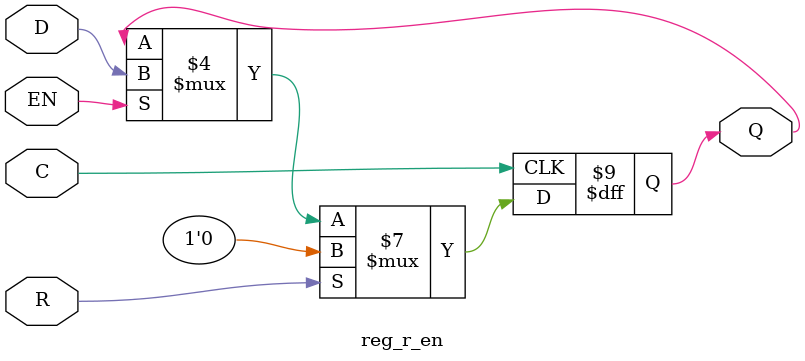
<source format=v>
`timescale 100ps/1ps


module and_2 (
   input  [1:0] I,
   output       O);

   assign O = &I;

endmodule	

//-----------------------------------------

module and_3 (
   input  [2:0] I,
   output       O);

   assign O = &I;

endmodule	

//-----------------------------------------

module or_2 (
   input  [1:0] I,
   output       O);

   assign O = |I;

endmodule	

//-----------------------------------------

module or_4 (
   input  [3:0] I,
   output       O);

   assign O = |I;

endmodule	

//-----------------------------------------

module nor_2 (
   input  [1:0] I,
   output       O);

   assign O = !(|I);

endmodule	

//-----------------------------------------

module xor_2 (
   input  [1:0] I,
   output       O);

   assign O = ^I;

endmodule	

//-----------------------------------------

module mux2_sr (
   input  S, A, B,
   output O);

   assign O = (S == 1'b1)? A:B;

endmodule	

//-----------------------------------------

module reg_r(
   input  D,
   input  C,
   input  R,
   output reg Q);

   always @(posedge C) 
   begin
      if (R == 1'b1)
         Q <= 1'b0;
      else	
         Q <= D; 
   end 
	
endmodule	

//-----------------------------------------

module reg_s(
   input  D,
   input  C,
   input  S,
   output reg Q);

   always @(posedge C) 
   begin
      if (S == 1'b1)
         Q <= 1'b1;
      else	
         Q <= D; 
   end 
	
endmodule	

//-----------------------------------------

module reg_r_en(
   input  D,
   input  C,
   input  R,
   input  EN,
   output reg Q);

   always @(posedge C) 
   begin
      if (R == 1'b1)
         Q <= 1'b0;
      else if (EN == 1'b1)
         Q <= D;
   end 
	
endmodule	

//-----------------------------------------

</source>
